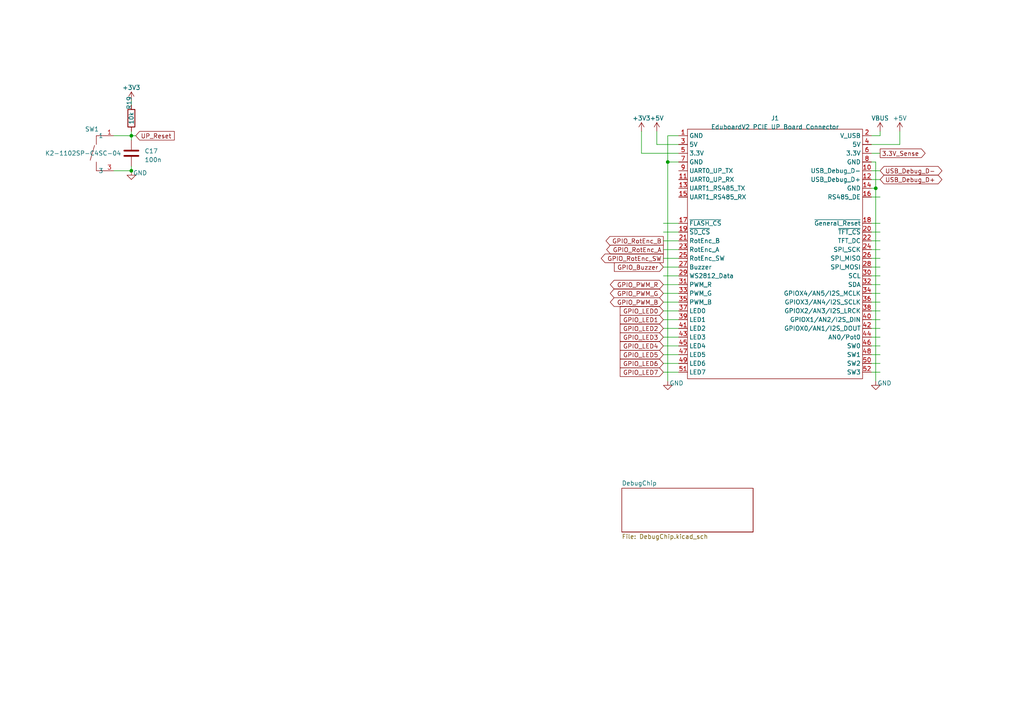
<source format=kicad_sch>
(kicad_sch (version 20230121) (generator eeschema)
  (paper "A4")
  (lib_symbols
    (symbol "Device:C" (pin_numbers hide) (pin_names (offset 0.254))
      (property "Reference" "C" (at 0.635 2.54 0))
      (property "Value" "C" (at 0.635 -2.54 0))
      (symbol "C_0_1"
        (polyline (pts (xy -2.032 -0.762) (xy 2.032 -0.762)) (stroke (width 0.508)))
        (polyline (pts (xy -2.032 0.762) (xy 2.032 0.762)) (stroke (width 0.508)))
      )
      (symbol "C_1_1"
        (pin passive line (at 0 3.81 270) (length 2.794) (name "~") (number "1"))
        (pin passive line (at 0 -3.81 90) (length 2.794) (name "~") (number "2"))
      )
    )
    (symbol "Device:R" (pin_numbers hide) (pin_names (offset 0))
      (property "Reference" "R" (at 2.032 0 90))
      (property "Value" "R" (at 0 0 90))
      (symbol "R_0_1"
        (rectangle (start -1.016 -2.54) (end 1.016 2.54) (stroke (width 0.254)))
      )
      (symbol "R_1_1"
        (pin passive line (at 0 3.81 270) (length 1.27) (name "~") (number "1"))
        (pin passive line (at 0 -3.81 90) (length 1.27) (name "~") (number "2"))
      )
    )
    (symbol "EduboardV2_kicadlib:EduboardUPConnector_V1"
      (property "Reference" "J" (at -18.415 3.175 0))
      (property "Value" "EduboardV2 PCIE UP Board Connector" (at 12.7 3.175 0))
      (symbol "EduboardUPConnector_V1_0_1"
        (rectangle (start -19.05 1.905) (end 31.75 -70.485))
      )
      (symbol "EduboardUPConnector_V1_1_1"
        (pin power_in line (at -21.59 0 0) (length 2.54) (name "GND") (number "1"))
        (pin bidirectional line (at 34.29 -10.16 180) (length 2.54) (name "USB_Debug_D-") (number "10"))
        (pin input line (at -21.59 -12.7 0) (length 2.54) (name "UART0_UP_RX") (number "11"))
        (pin bidirectional line (at 34.29 -12.7 180) (length 2.54) (name "USB_Debug_D+") (number "12"))
        (pin output line (at -21.59 -15.24 0) (length 2.54) (name "UART1_RS485_TX") (number "13"))
        (pin power_in line (at 34.29 -15.24 180) (length 2.54) (name "GND") (number "14"))
        (pin input line (at -21.59 -17.78 0) (length 2.54) (name "UART1_RS485_RX") (number "15"))
        (pin output line (at 34.29 -17.78 180) (length 2.54) (name "RS485_DE") (number "16"))
        (pin output line (at -21.59 -25.4 0) (length 2.54) (name "~{FLASH_CS}") (number "17"))
        (pin output line (at 34.29 -25.4 180) (length 2.54) (name "~{General_Reset}") (number "18"))
        (pin output line (at -21.59 -27.94 0) (length 2.54) (name "~{SD_CS}") (number "19"))
        (pin power_in line (at 34.29 0 180) (length 2.54) (name "V_USB") (number "2"))
        (pin output line (at 34.29 -27.94 180) (length 2.54) (name "~{TFT_CS}") (number "20"))
        (pin input line (at -21.59 -30.48 0) (length 2.54) (name "RotEnc_B") (number "21"))
        (pin output line (at 34.29 -30.48 180) (length 2.54) (name "TFT_DC") (number "22"))
        (pin input line (at -21.59 -33.02 0) (length 2.54) (name "RotEnc_A") (number "23"))
        (pin output line (at 34.29 -33.02 180) (length 2.54) (name "SPI_SCK") (number "24"))
        (pin input line (at -21.59 -35.56 0) (length 2.54) (name "RotEnc_SW") (number "25"))
        (pin input line (at 34.29 -35.56 180) (length 2.54) (name "SPI_MISO") (number "26"))
        (pin output line (at -21.59 -38.1 0) (length 2.54) (name "Buzzer") (number "27"))
        (pin output line (at 34.29 -38.1 180) (length 2.54) (name "SPI_MOSI") (number "28"))
        (pin output line (at -21.59 -40.64 0) (length 2.54) (name "WS2812_Data") (number "29"))
        (pin power_in line (at -21.59 -2.54 0) (length 2.54) (name "5V") (number "3"))
        (pin output line (at 34.29 -40.64 180) (length 2.54) (name "SCL") (number "30"))
        (pin output line (at -21.59 -43.18 0) (length 2.54) (name "PWM_R") (number "31"))
        (pin bidirectional line (at 34.29 -43.18 180) (length 2.54) (name "SDA") (number "32"))
        (pin output line (at -21.59 -45.72 0) (length 2.54) (name "PWM_G") (number "33"))
        (pin bidirectional line (at 34.29 -45.72 180) (length 2.54) (name "GPIOX4/AN5/I2S_MCLK") (number "34"))
        (pin output line (at -21.59 -48.26 0) (length 2.54) (name "PWM_B") (number "35"))
        (pin bidirectional line (at 34.29 -48.26 180) (length 2.54) (name "GPIOX3/AN4/I2S_SCLK") (number "36"))
        (pin output line (at -21.59 -50.8 0) (length 2.54) (name "LED0") (number "37"))
        (pin bidirectional line (at 34.29 -50.8 180) (length 2.54) (name "GPIOX2/AN3/I2S_LRCK") (number "38"))
        (pin output line (at -21.59 -53.34 0) (length 2.54) (name "LED1") (number "39"))
        (pin power_in line (at 34.29 -2.54 180) (length 2.54) (name "5V") (number "4"))
        (pin bidirectional line (at 34.29 -53.34 180) (length 2.54) (name "GPIOX1/AN2/I2S_DIN") (number "40"))
        (pin output line (at -21.59 -55.88 0) (length 2.54) (name "LED2") (number "41"))
        (pin bidirectional line (at 34.29 -55.88 180) (length 2.54) (name "GPIOX0/AN1/I2S_DOUT") (number "42"))
        (pin output line (at -21.59 -58.42 0) (length 2.54) (name "LED3") (number "43"))
        (pin input line (at 34.29 -58.42 180) (length 2.54) (name "AN0/Pot0") (number "44"))
        (pin output line (at -21.59 -60.96 0) (length 2.54) (name "LED4") (number "45"))
        (pin input line (at 34.29 -60.96 180) (length 2.54) (name "SW0") (number "46"))
        (pin output line (at -21.59 -63.5 0) (length 2.54) (name "LED5") (number "47"))
        (pin input line (at 34.29 -63.5 180) (length 2.54) (name "SW1") (number "48"))
        (pin output line (at -21.59 -66.04 0) (length 2.54) (name "LED6") (number "49"))
        (pin power_in line (at -21.59 -5.08 0) (length 2.54) (name "3.3V") (number "5"))
        (pin input line (at 34.29 -66.04 180) (length 2.54) (name "SW2") (number "50"))
        (pin output line (at -21.59 -68.58 0) (length 2.54) (name "LED7") (number "51"))
        (pin input line (at 34.29 -68.58 180) (length 2.54) (name "SW3") (number "52"))
        (pin power_in line (at 34.29 -5.08 180) (length 2.54) (name "3.3V") (number "6"))
        (pin power_in line (at -21.59 -7.62 0) (length 2.54) (name "GND") (number "7"))
        (pin power_in line (at 34.29 -7.62 180) (length 2.54) (name "GND") (number "8"))
        (pin output line (at -21.59 -10.16 0) (length 2.54) (name "UART0_UP_TX") (number "9"))
      )
    )
    (symbol "EduboardV2_kicadlib:K2-1102SP-C4SC-04"
      (property "Reference" "SW?" (at 0 10.16 0))
      (property "Value" "K2-1102SP-C4SC-04" (at 0 -10.16 0))
      (symbol "K2-1102SP-C4SC-04_0_1"
        (polyline (pts (xy -5.08 -5.08) (xy -2.54 -5.08)))
        (polyline (pts (xy -5.08 5.08) (xy -2.54 5.08)))
        (polyline (pts (xy -2.54 -5.08) (xy -2.54 -2.54)))
        (polyline (pts (xy -2.54 5.08) (xy -2.54 2.54)))
        (polyline (pts (xy -2.032 2.286) (xy -0.762 -2.032)))
        (pin unspecified line (at -7.62 5.08 0) (length 2.54) (name "1") (number "1"))
        (pin unspecified line (at -7.62 5.08 0) (length 2.54) hide (name "2") (number "2"))
        (pin unspecified line (at -7.62 -5.08 0) (length 2.54) (name "3") (number "3"))
        (pin unspecified line (at -7.62 -5.08 0) (length 2.54) hide (name "4") (number "4"))
      )
    )
    (symbol "power:+3V3" (power) (pin_names (offset 0))
      (property "Value" "+3V3" (at 0 3.556 0))
      (symbol "+3V3_0_1"
        (polyline (pts (xy -0.762 1.27) (xy 0 2.54)))
        (polyline (pts (xy 0 0) (xy 0 2.54)))
        (polyline (pts (xy 0 2.54) (xy 0.762 1.27)))
      )
      (symbol "+3V3_1_1"
        (pin power_in line (at 0 0 90) (length 0) hide (name "+3V3") (number "1"))
      )
    )
    (symbol "power:+5V" (power) (pin_names (offset 0))
      (property "Value" "+5V" (at 0 3.556 0))
      (symbol "+5V_0_1"
        (polyline (pts (xy -0.762 1.27) (xy 0 2.54)))
        (polyline (pts (xy 0 0) (xy 0 2.54)))
        (polyline (pts (xy 0 2.54) (xy 0.762 1.27)))
      )
      (symbol "+5V_1_1"
        (pin power_in line (at 0 0 90) (length 0) hide (name "+5V") (number "1"))
      )
    )
    (symbol "power:GND" (power) (pin_names (offset 0))
      (property "Value" "GND" (at 0 -3.81 0))
      (symbol "GND_0_1"
        (polyline (pts (xy 0 0) (xy 0 -1.27) (xy 1.27 -1.27) (xy 0 -2.54) (xy -1.27 -1.27) (xy 0 -1.27)))
      )
      (symbol "GND_1_1"
        (pin power_in line (at 0 0 270) (length 0) hide (name "GND") (number "1"))
      )
    )
    (symbol "power:VBUS" (power) (pin_names (offset 0))
      (property "Value" "VBUS" (at 0 3.81 0))
      (symbol "VBUS_0_1"
        (polyline (pts (xy -0.762 1.27) (xy 0 2.54)))
        (polyline (pts (xy 0 0) (xy 0 2.54)))
        (polyline (pts (xy 0 2.54) (xy 0.762 1.27)))
      )
      (symbol "VBUS_1_1"
        (pin power_in line (at 0 0 90) (length 0) hide (name "VBUS") (number "1"))
      )
    )
  )
  (junction (at 38.1 39.37))
  (junction (at 38.1 49.53))
  (junction (at 193.675 46.99))
  (junction (at 254 54.61))
  (wire (pts (xy 252.73 107.95) (xy 255.27 107.95)))
  (wire (pts (xy 252.73 95.25) (xy 255.27 95.25)))
  (wire (pts (xy 192.405 74.93) (xy 196.85 74.93)))
  (wire (pts (xy 192.405 82.55) (xy 196.85 82.55)))
  (wire (pts (xy 192.405 85.09) (xy 196.85 85.09)))
  (wire (pts (xy 252.73 100.33) (xy 255.27 100.33)))
  (wire (pts (xy 38.1 29.21) (xy 38.1 30.48)))
  (wire (pts (xy 186.055 44.45) (xy 196.85 44.45)))
  (wire (pts (xy 252.73 102.87) (xy 255.27 102.87)))
  (wire (pts (xy 252.73 80.01) (xy 255.27 80.01)))
  (wire (pts (xy 252.73 74.93) (xy 255.27 74.93)))
  (wire (pts (xy 192.405 90.17) (xy 196.85 90.17)))
  (wire (pts (xy 252.73 64.77) (xy 255.27 64.77)))
  (wire (pts (xy 192.405 77.47) (xy 196.85 77.47)))
  (wire (pts (xy 254 46.99) (xy 252.73 46.99)))
  (wire (pts (xy 252.73 67.31) (xy 255.27 67.31)))
  (wire (pts (xy 192.405 107.95) (xy 196.85 107.95)))
  (wire (pts (xy 38.1 39.37) (xy 39.37 39.37)))
  (wire (pts (xy 33.02 39.37) (xy 38.1 39.37)))
  (wire (pts (xy 254 110.49) (xy 254 54.61)))
  (wire (pts (xy 33.02 49.53) (xy 38.1 49.53)))
  (wire (pts (xy 192.405 87.63) (xy 196.85 87.63)))
  (wire (pts (xy 193.675 46.99) (xy 196.85 46.99)))
  (wire (pts (xy 252.73 54.61) (xy 254 54.61)))
  (wire (pts (xy 254 54.61) (xy 254 46.99)))
  (wire (pts (xy 38.1 39.37) (xy 38.1 40.64)))
  (wire (pts (xy 193.675 39.37) (xy 193.675 46.99)))
  (wire (pts (xy 192.405 64.77) (xy 196.85 64.77)))
  (wire (pts (xy 255.27 38.1) (xy 255.27 39.37)))
  (wire (pts (xy 260.985 41.91) (xy 252.73 41.91)))
  (wire (pts (xy 252.73 49.53) (xy 255.27 49.53)))
  (wire (pts (xy 252.73 52.07) (xy 255.27 52.07)))
  (wire (pts (xy 38.1 48.26) (xy 38.1 49.53)))
  (wire (pts (xy 252.73 72.39) (xy 255.27 72.39)))
  (wire (pts (xy 252.73 69.85) (xy 255.27 69.85)))
  (wire (pts (xy 192.405 100.33) (xy 196.85 100.33)))
  (wire (pts (xy 252.73 97.79) (xy 255.27 97.79)))
  (wire (pts (xy 190.5 41.91) (xy 190.5 38.1)))
  (wire (pts (xy 255.27 39.37) (xy 252.73 39.37)))
  (wire (pts (xy 192.405 105.41) (xy 196.85 105.41)))
  (wire (pts (xy 260.985 38.1) (xy 260.985 41.91)))
  (wire (pts (xy 193.675 110.49) (xy 193.675 46.99)))
  (wire (pts (xy 192.405 67.31) (xy 196.85 67.31)))
  (wire (pts (xy 192.405 72.39) (xy 196.85 72.39)))
  (wire (pts (xy 252.73 44.45) (xy 255.27 44.45)))
  (wire (pts (xy 192.405 95.25) (xy 196.85 95.25)))
  (wire (pts (xy 192.405 80.01) (xy 196.85 80.01)))
  (wire (pts (xy 252.73 85.09) (xy 255.27 85.09)))
  (wire (pts (xy 252.73 77.47) (xy 255.27 77.47)))
  (wire (pts (xy 252.73 105.41) (xy 255.27 105.41)))
  (wire (pts (xy 252.73 87.63) (xy 255.27 87.63)))
  (wire (pts (xy 196.85 39.37) (xy 193.675 39.37)))
  (wire (pts (xy 192.405 69.85) (xy 196.85 69.85)))
  (wire (pts (xy 252.73 92.71) (xy 255.27 92.71)))
  (wire (pts (xy 192.405 102.87) (xy 196.85 102.87)))
  (wire (pts (xy 192.405 97.79) (xy 196.85 97.79)))
  (wire (pts (xy 252.73 57.15) (xy 255.27 57.15)))
  (wire (pts (xy 192.405 92.71) (xy 196.85 92.71)))
  (wire (pts (xy 38.1 38.1) (xy 38.1 39.37)))
  (wire (pts (xy 186.055 38.1) (xy 186.055 44.45)))
  (wire (pts (xy 196.85 41.91) (xy 190.5 41.91)))
  (wire (pts (xy 252.73 90.17) (xy 255.27 90.17)))
  (wire (pts (xy 252.73 82.55) (xy 255.27 82.55)))
  (global_label "USB_Debug_D+" (shape bidirectional) (at 255.27 52.07 0) (property "Intersheetrefs" "${INTERSHEET_REFS}" (effects hide)))
  (global_label "GPIO_LED2" (shape input) (at 192.405 95.25 180) (property "Intersheetrefs" "${INTERSHEET_REFS}" (effects hide)))
  (global_label "USB_Debug_D-" (shape bidirectional) (at 255.27 49.53 0) (property "Intersheetrefs" "${INTERSHEET_REFS}" (effects hide)))
  (global_label "UP_Reset" (shape input) (at 39.37 39.37 0) (property "Intersheetrefs" "${INTERSHEET_REFS}" (effects hide)))
  (global_label "GPIO_RotEnc_B" (shape output) (at 192.405 69.85 180) (property "Intersheetrefs" "${INTERSHEET_REFS}" (effects hide)))
  (global_label "GPIO_LED4" (shape input) (at 192.405 100.33 180) (property "Intersheetrefs" "${INTERSHEET_REFS}" (effects hide)))
  (global_label "GPIO_LED6" (shape input) (at 192.405 105.41 180) (property "Intersheetrefs" "${INTERSHEET_REFS}" (effects hide)))
  (global_label "GPIO_Buzzer" (shape input) (at 192.405 77.47 180) (property "Intersheetrefs" "${INTERSHEET_REFS}" (effects hide)))
  (global_label "GPIO_LED1" (shape input) (at 192.405 92.71 180) (property "Intersheetrefs" "${INTERSHEET_REFS}" (effects hide)))
  (global_label "GPIO_PWM_R" (shape bidirectional) (at 192.405 82.55 180) (property "Intersheetrefs" "${INTERSHEET_REFS}" (effects hide)))
  (global_label "GPIO_LED5" (shape input) (at 192.405 102.87 180) (property "Intersheetrefs" "${INTERSHEET_REFS}" (effects hide)))
  (global_label "GPIO_PWM_B" (shape bidirectional) (at 192.405 87.63 180) (property "Intersheetrefs" "${INTERSHEET_REFS}" (effects hide)))
  (global_label "3.3V_Sense" (shape output) (at 255.27 44.45 0) (property "Intersheetrefs" "${INTERSHEET_REFS}" (effects hide)))
  (global_label "GPIO_LED0" (shape input) (at 192.405 90.17 180) (property "Intersheetrefs" "${INTERSHEET_REFS}" (effects hide)))
  (global_label "GPIO_RotEnc_SW" (shape output) (at 192.405 74.93 180) (property "Intersheetrefs" "${INTERSHEET_REFS}" (effects hide)))
  (global_label "GPIO_LED3" (shape input) (at 192.405 97.79 180) (property "Intersheetrefs" "${INTERSHEET_REFS}" (effects hide)))
  (global_label "GPIO_LED7" (shape input) (at 192.405 107.95 180) (property "Intersheetrefs" "${INTERSHEET_REFS}" (effects hide)))
  (global_label "GPIO_PWM_G" (shape bidirectional) (at 192.405 85.09 180) (property "Intersheetrefs" "${INTERSHEET_REFS}" (effects hide)))
  (global_label "GPIO_RotEnc_A" (shape output) (at 192.405 72.39 180) (property "Intersheetrefs" "${INTERSHEET_REFS}" (effects hide)))
  (symbol (lib_id "power:+3V3") (at 38.1 29.21 0) (unit 1)
    (property "Reference" "#PWR037" (effects hide))
    (property "Value" "+3V3" (at 38.1 25.4 0))
  )
  (symbol (lib_id "power:GND") (at 254 110.49 0) (unit 1)
    (property "Reference" "#PWR046" (effects hide))
    (property "Value" "GND" (at 256.54 111.125 0))
  )
  (symbol (lib_id "EduboardV2_kicadlib:EduboardUPConnector_V1") (at 218.44 39.37 0) (unit 1) (in_bom no)
    (property "Reference" "J1" (at 224.79 34.29 0))
    (property "Value" "EduboardV2 PCIE UP Board Connector" (at 224.79 36.83 0))
    (property "Footprint" "EduboardV2_kicadlib:mini-PCIe_F1_Full" (effects hide))
  )
  (symbol (lib_id "EduboardV2_kicadlib:K2-1102SP-C4SC-04") (at 25.4 44.45 0) (mirror y) (unit 1)
    (property "Reference" "SW1" (at 26.67 37.465 0))
    (property "Value" "K2-1102SP-C4SC-04" (at 24.13 44.45 0))
    (property "Footprint" "EduboardV2_kicadlib:KEY-SMD_4P-L6.0-W6.0-P4.50-LS9.5-BL" (effects hide))
    (property "Datasheet" "https://lcsc.com/product-detail/Tactile-Switches_K2-1102SP-C4SW-04-SMD_C127509.html" (effects hide))
    (property "Manufacturer" "韩国韩荣" (effects hide))
    (property "LCSC Part" "C127509" (effects hide))
    (property "JLC Part" "Extended Part" (effects hide))
  )
  (symbol (lib_id "power:GND") (at 193.675 110.49 0) (unit 1)
    (property "Reference" "#PWR07" (effects hide))
    (property "Value" "GND" (at 196.215 111.125 0))
  )
  (symbol (lib_id "power:+5V") (at 190.5 38.1 0) (unit 1)
    (property "Reference" "#PWR051" (effects hide))
    (property "Value" "+5V" (at 190.5 34.29 0))
  )
  (symbol (lib_id "power:+3V3") (at 186.055 38.1 0) (unit 1)
    (property "Reference" "#PWR047" (effects hide))
    (property "Value" "+3V3" (at 186.055 34.29 0))
  )
  (symbol (lib_id "Device:R") (at 38.1 34.29 0) (unit 1)
    (property "Reference" "R19" (at 37.465 29.845 90))
    (property "Value" "10k" (at 38.1 34.29 90))
    (property "Footprint" "Resistor_SMD:R_0603_1608Metric" (effects hide))
    (property "JLCPCB Part #" "C116677" (effects hide))
    (property "LCSC Part" "C116677" (effects hide))
  )
  (symbol (lib_id "power:+5V") (at 260.985 38.1 0) (unit 1)
    (property "Reference" "#PWR050" (effects hide))
    (property "Value" "+5V" (at 260.985 34.29 0))
  )
  (symbol (lib_id "power:GND") (at 38.1 49.53 0) (unit 1)
    (property "Reference" "#PWR036" (effects hide))
    (property "Value" "GND" (at 40.64 50.165 0))
  )
  (symbol (lib_id "power:VBUS") (at 255.27 38.1 0) (unit 1)
    (property "Reference" "#PWR049" (effects hide))
    (property "Value" "VBUS" (at 255.27 34.29 0))
  )
  (symbol (lib_id "Device:C") (at 38.1 44.45 0) (unit 1)
    (property "Reference" "C17" (at 41.91 43.815 0) (effects (justify left)))
    (property "Value" "100n" (at 41.91 46.355 0) (effects (justify left)))
    (property "Footprint" "Capacitor_SMD:C_0603_1608Metric" (effects hide))
    (property "JLCPCB Part #" "C105907" (effects hide))
    (property "LCSC Part" "C105907" (effects hide))
  )
  (sheet (at 180.34 141.605) (size 38.1 12.7) (stroke (width 0.1524))
    (property "Sheetname" "DebugChip" (at 180.34 140.8934 0) (effects (justify left bottom)))
    (property "Sheetfile" "DebugChip.kicad_sch" (at 180.34 154.8896 0) (effects (justify left top)))
  )
)
</source>
